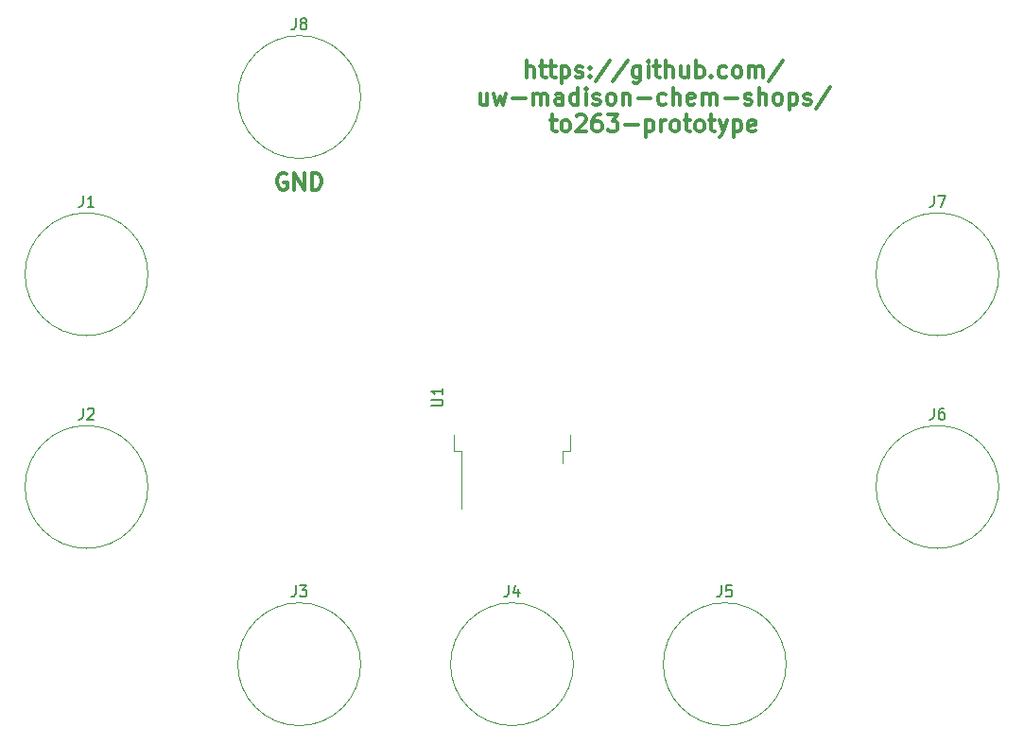
<source format=gbr>
%TF.GenerationSoftware,KiCad,Pcbnew,7.0.9*%
%TF.CreationDate,2023-11-14T16:17:37-06:00*%
%TF.ProjectId,to263-prototype,746f3236-332d-4707-926f-746f74797065,rev?*%
%TF.SameCoordinates,Original*%
%TF.FileFunction,Legend,Top*%
%TF.FilePolarity,Positive*%
%FSLAX46Y46*%
G04 Gerber Fmt 4.6, Leading zero omitted, Abs format (unit mm)*
G04 Created by KiCad (PCBNEW 7.0.9) date 2023-11-14 16:17:37*
%MOMM*%
%LPD*%
G01*
G04 APERTURE LIST*
%ADD10C,0.300000*%
%ADD11C,0.150000*%
%ADD12C,0.120000*%
G04 APERTURE END LIST*
D10*
X90242855Y-49063328D02*
X90242855Y-47563328D01*
X90885713Y-49063328D02*
X90885713Y-48277614D01*
X90885713Y-48277614D02*
X90814284Y-48134757D01*
X90814284Y-48134757D02*
X90671427Y-48063328D01*
X90671427Y-48063328D02*
X90457141Y-48063328D01*
X90457141Y-48063328D02*
X90314284Y-48134757D01*
X90314284Y-48134757D02*
X90242855Y-48206185D01*
X91385713Y-48063328D02*
X91957141Y-48063328D01*
X91599998Y-47563328D02*
X91599998Y-48849042D01*
X91599998Y-48849042D02*
X91671427Y-48991900D01*
X91671427Y-48991900D02*
X91814284Y-49063328D01*
X91814284Y-49063328D02*
X91957141Y-49063328D01*
X92242856Y-48063328D02*
X92814284Y-48063328D01*
X92457141Y-47563328D02*
X92457141Y-48849042D01*
X92457141Y-48849042D02*
X92528570Y-48991900D01*
X92528570Y-48991900D02*
X92671427Y-49063328D01*
X92671427Y-49063328D02*
X92814284Y-49063328D01*
X93314284Y-48063328D02*
X93314284Y-49563328D01*
X93314284Y-48134757D02*
X93457142Y-48063328D01*
X93457142Y-48063328D02*
X93742856Y-48063328D01*
X93742856Y-48063328D02*
X93885713Y-48134757D01*
X93885713Y-48134757D02*
X93957142Y-48206185D01*
X93957142Y-48206185D02*
X94028570Y-48349042D01*
X94028570Y-48349042D02*
X94028570Y-48777614D01*
X94028570Y-48777614D02*
X93957142Y-48920471D01*
X93957142Y-48920471D02*
X93885713Y-48991900D01*
X93885713Y-48991900D02*
X93742856Y-49063328D01*
X93742856Y-49063328D02*
X93457142Y-49063328D01*
X93457142Y-49063328D02*
X93314284Y-48991900D01*
X94599999Y-48991900D02*
X94742856Y-49063328D01*
X94742856Y-49063328D02*
X95028570Y-49063328D01*
X95028570Y-49063328D02*
X95171427Y-48991900D01*
X95171427Y-48991900D02*
X95242856Y-48849042D01*
X95242856Y-48849042D02*
X95242856Y-48777614D01*
X95242856Y-48777614D02*
X95171427Y-48634757D01*
X95171427Y-48634757D02*
X95028570Y-48563328D01*
X95028570Y-48563328D02*
X94814285Y-48563328D01*
X94814285Y-48563328D02*
X94671427Y-48491900D01*
X94671427Y-48491900D02*
X94599999Y-48349042D01*
X94599999Y-48349042D02*
X94599999Y-48277614D01*
X94599999Y-48277614D02*
X94671427Y-48134757D01*
X94671427Y-48134757D02*
X94814285Y-48063328D01*
X94814285Y-48063328D02*
X95028570Y-48063328D01*
X95028570Y-48063328D02*
X95171427Y-48134757D01*
X95885713Y-48920471D02*
X95957142Y-48991900D01*
X95957142Y-48991900D02*
X95885713Y-49063328D01*
X95885713Y-49063328D02*
X95814285Y-48991900D01*
X95814285Y-48991900D02*
X95885713Y-48920471D01*
X95885713Y-48920471D02*
X95885713Y-49063328D01*
X95885713Y-48134757D02*
X95957142Y-48206185D01*
X95957142Y-48206185D02*
X95885713Y-48277614D01*
X95885713Y-48277614D02*
X95814285Y-48206185D01*
X95814285Y-48206185D02*
X95885713Y-48134757D01*
X95885713Y-48134757D02*
X95885713Y-48277614D01*
X97671428Y-47491900D02*
X96385714Y-49420471D01*
X99242857Y-47491900D02*
X97957143Y-49420471D01*
X100385715Y-48063328D02*
X100385715Y-49277614D01*
X100385715Y-49277614D02*
X100314286Y-49420471D01*
X100314286Y-49420471D02*
X100242857Y-49491900D01*
X100242857Y-49491900D02*
X100100000Y-49563328D01*
X100100000Y-49563328D02*
X99885715Y-49563328D01*
X99885715Y-49563328D02*
X99742857Y-49491900D01*
X100385715Y-48991900D02*
X100242857Y-49063328D01*
X100242857Y-49063328D02*
X99957143Y-49063328D01*
X99957143Y-49063328D02*
X99814286Y-48991900D01*
X99814286Y-48991900D02*
X99742857Y-48920471D01*
X99742857Y-48920471D02*
X99671429Y-48777614D01*
X99671429Y-48777614D02*
X99671429Y-48349042D01*
X99671429Y-48349042D02*
X99742857Y-48206185D01*
X99742857Y-48206185D02*
X99814286Y-48134757D01*
X99814286Y-48134757D02*
X99957143Y-48063328D01*
X99957143Y-48063328D02*
X100242857Y-48063328D01*
X100242857Y-48063328D02*
X100385715Y-48134757D01*
X101100000Y-49063328D02*
X101100000Y-48063328D01*
X101100000Y-47563328D02*
X101028572Y-47634757D01*
X101028572Y-47634757D02*
X101100000Y-47706185D01*
X101100000Y-47706185D02*
X101171429Y-47634757D01*
X101171429Y-47634757D02*
X101100000Y-47563328D01*
X101100000Y-47563328D02*
X101100000Y-47706185D01*
X101600001Y-48063328D02*
X102171429Y-48063328D01*
X101814286Y-47563328D02*
X101814286Y-48849042D01*
X101814286Y-48849042D02*
X101885715Y-48991900D01*
X101885715Y-48991900D02*
X102028572Y-49063328D01*
X102028572Y-49063328D02*
X102171429Y-49063328D01*
X102671429Y-49063328D02*
X102671429Y-47563328D01*
X103314287Y-49063328D02*
X103314287Y-48277614D01*
X103314287Y-48277614D02*
X103242858Y-48134757D01*
X103242858Y-48134757D02*
X103100001Y-48063328D01*
X103100001Y-48063328D02*
X102885715Y-48063328D01*
X102885715Y-48063328D02*
X102742858Y-48134757D01*
X102742858Y-48134757D02*
X102671429Y-48206185D01*
X104671430Y-48063328D02*
X104671430Y-49063328D01*
X104028572Y-48063328D02*
X104028572Y-48849042D01*
X104028572Y-48849042D02*
X104100001Y-48991900D01*
X104100001Y-48991900D02*
X104242858Y-49063328D01*
X104242858Y-49063328D02*
X104457144Y-49063328D01*
X104457144Y-49063328D02*
X104600001Y-48991900D01*
X104600001Y-48991900D02*
X104671430Y-48920471D01*
X105385715Y-49063328D02*
X105385715Y-47563328D01*
X105385715Y-48134757D02*
X105528573Y-48063328D01*
X105528573Y-48063328D02*
X105814287Y-48063328D01*
X105814287Y-48063328D02*
X105957144Y-48134757D01*
X105957144Y-48134757D02*
X106028573Y-48206185D01*
X106028573Y-48206185D02*
X106100001Y-48349042D01*
X106100001Y-48349042D02*
X106100001Y-48777614D01*
X106100001Y-48777614D02*
X106028573Y-48920471D01*
X106028573Y-48920471D02*
X105957144Y-48991900D01*
X105957144Y-48991900D02*
X105814287Y-49063328D01*
X105814287Y-49063328D02*
X105528573Y-49063328D01*
X105528573Y-49063328D02*
X105385715Y-48991900D01*
X106742858Y-48920471D02*
X106814287Y-48991900D01*
X106814287Y-48991900D02*
X106742858Y-49063328D01*
X106742858Y-49063328D02*
X106671430Y-48991900D01*
X106671430Y-48991900D02*
X106742858Y-48920471D01*
X106742858Y-48920471D02*
X106742858Y-49063328D01*
X108100002Y-48991900D02*
X107957144Y-49063328D01*
X107957144Y-49063328D02*
X107671430Y-49063328D01*
X107671430Y-49063328D02*
X107528573Y-48991900D01*
X107528573Y-48991900D02*
X107457144Y-48920471D01*
X107457144Y-48920471D02*
X107385716Y-48777614D01*
X107385716Y-48777614D02*
X107385716Y-48349042D01*
X107385716Y-48349042D02*
X107457144Y-48206185D01*
X107457144Y-48206185D02*
X107528573Y-48134757D01*
X107528573Y-48134757D02*
X107671430Y-48063328D01*
X107671430Y-48063328D02*
X107957144Y-48063328D01*
X107957144Y-48063328D02*
X108100002Y-48134757D01*
X108957144Y-49063328D02*
X108814287Y-48991900D01*
X108814287Y-48991900D02*
X108742858Y-48920471D01*
X108742858Y-48920471D02*
X108671430Y-48777614D01*
X108671430Y-48777614D02*
X108671430Y-48349042D01*
X108671430Y-48349042D02*
X108742858Y-48206185D01*
X108742858Y-48206185D02*
X108814287Y-48134757D01*
X108814287Y-48134757D02*
X108957144Y-48063328D01*
X108957144Y-48063328D02*
X109171430Y-48063328D01*
X109171430Y-48063328D02*
X109314287Y-48134757D01*
X109314287Y-48134757D02*
X109385716Y-48206185D01*
X109385716Y-48206185D02*
X109457144Y-48349042D01*
X109457144Y-48349042D02*
X109457144Y-48777614D01*
X109457144Y-48777614D02*
X109385716Y-48920471D01*
X109385716Y-48920471D02*
X109314287Y-48991900D01*
X109314287Y-48991900D02*
X109171430Y-49063328D01*
X109171430Y-49063328D02*
X108957144Y-49063328D01*
X110100001Y-49063328D02*
X110100001Y-48063328D01*
X110100001Y-48206185D02*
X110171430Y-48134757D01*
X110171430Y-48134757D02*
X110314287Y-48063328D01*
X110314287Y-48063328D02*
X110528573Y-48063328D01*
X110528573Y-48063328D02*
X110671430Y-48134757D01*
X110671430Y-48134757D02*
X110742859Y-48277614D01*
X110742859Y-48277614D02*
X110742859Y-49063328D01*
X110742859Y-48277614D02*
X110814287Y-48134757D01*
X110814287Y-48134757D02*
X110957144Y-48063328D01*
X110957144Y-48063328D02*
X111171430Y-48063328D01*
X111171430Y-48063328D02*
X111314287Y-48134757D01*
X111314287Y-48134757D02*
X111385716Y-48277614D01*
X111385716Y-48277614D02*
X111385716Y-49063328D01*
X113171430Y-47491900D02*
X111885716Y-49420471D01*
X86671427Y-50478328D02*
X86671427Y-51478328D01*
X86028569Y-50478328D02*
X86028569Y-51264042D01*
X86028569Y-51264042D02*
X86099998Y-51406900D01*
X86099998Y-51406900D02*
X86242855Y-51478328D01*
X86242855Y-51478328D02*
X86457141Y-51478328D01*
X86457141Y-51478328D02*
X86599998Y-51406900D01*
X86599998Y-51406900D02*
X86671427Y-51335471D01*
X87242855Y-50478328D02*
X87528570Y-51478328D01*
X87528570Y-51478328D02*
X87814284Y-50764042D01*
X87814284Y-50764042D02*
X88099998Y-51478328D01*
X88099998Y-51478328D02*
X88385712Y-50478328D01*
X88957141Y-50906900D02*
X90099999Y-50906900D01*
X90814284Y-51478328D02*
X90814284Y-50478328D01*
X90814284Y-50621185D02*
X90885713Y-50549757D01*
X90885713Y-50549757D02*
X91028570Y-50478328D01*
X91028570Y-50478328D02*
X91242856Y-50478328D01*
X91242856Y-50478328D02*
X91385713Y-50549757D01*
X91385713Y-50549757D02*
X91457142Y-50692614D01*
X91457142Y-50692614D02*
X91457142Y-51478328D01*
X91457142Y-50692614D02*
X91528570Y-50549757D01*
X91528570Y-50549757D02*
X91671427Y-50478328D01*
X91671427Y-50478328D02*
X91885713Y-50478328D01*
X91885713Y-50478328D02*
X92028570Y-50549757D01*
X92028570Y-50549757D02*
X92099999Y-50692614D01*
X92099999Y-50692614D02*
X92099999Y-51478328D01*
X93457142Y-51478328D02*
X93457142Y-50692614D01*
X93457142Y-50692614D02*
X93385713Y-50549757D01*
X93385713Y-50549757D02*
X93242856Y-50478328D01*
X93242856Y-50478328D02*
X92957142Y-50478328D01*
X92957142Y-50478328D02*
X92814284Y-50549757D01*
X93457142Y-51406900D02*
X93314284Y-51478328D01*
X93314284Y-51478328D02*
X92957142Y-51478328D01*
X92957142Y-51478328D02*
X92814284Y-51406900D01*
X92814284Y-51406900D02*
X92742856Y-51264042D01*
X92742856Y-51264042D02*
X92742856Y-51121185D01*
X92742856Y-51121185D02*
X92814284Y-50978328D01*
X92814284Y-50978328D02*
X92957142Y-50906900D01*
X92957142Y-50906900D02*
X93314284Y-50906900D01*
X93314284Y-50906900D02*
X93457142Y-50835471D01*
X94814285Y-51478328D02*
X94814285Y-49978328D01*
X94814285Y-51406900D02*
X94671427Y-51478328D01*
X94671427Y-51478328D02*
X94385713Y-51478328D01*
X94385713Y-51478328D02*
X94242856Y-51406900D01*
X94242856Y-51406900D02*
X94171427Y-51335471D01*
X94171427Y-51335471D02*
X94099999Y-51192614D01*
X94099999Y-51192614D02*
X94099999Y-50764042D01*
X94099999Y-50764042D02*
X94171427Y-50621185D01*
X94171427Y-50621185D02*
X94242856Y-50549757D01*
X94242856Y-50549757D02*
X94385713Y-50478328D01*
X94385713Y-50478328D02*
X94671427Y-50478328D01*
X94671427Y-50478328D02*
X94814285Y-50549757D01*
X95528570Y-51478328D02*
X95528570Y-50478328D01*
X95528570Y-49978328D02*
X95457142Y-50049757D01*
X95457142Y-50049757D02*
X95528570Y-50121185D01*
X95528570Y-50121185D02*
X95599999Y-50049757D01*
X95599999Y-50049757D02*
X95528570Y-49978328D01*
X95528570Y-49978328D02*
X95528570Y-50121185D01*
X96171428Y-51406900D02*
X96314285Y-51478328D01*
X96314285Y-51478328D02*
X96599999Y-51478328D01*
X96599999Y-51478328D02*
X96742856Y-51406900D01*
X96742856Y-51406900D02*
X96814285Y-51264042D01*
X96814285Y-51264042D02*
X96814285Y-51192614D01*
X96814285Y-51192614D02*
X96742856Y-51049757D01*
X96742856Y-51049757D02*
X96599999Y-50978328D01*
X96599999Y-50978328D02*
X96385714Y-50978328D01*
X96385714Y-50978328D02*
X96242856Y-50906900D01*
X96242856Y-50906900D02*
X96171428Y-50764042D01*
X96171428Y-50764042D02*
X96171428Y-50692614D01*
X96171428Y-50692614D02*
X96242856Y-50549757D01*
X96242856Y-50549757D02*
X96385714Y-50478328D01*
X96385714Y-50478328D02*
X96599999Y-50478328D01*
X96599999Y-50478328D02*
X96742856Y-50549757D01*
X97671428Y-51478328D02*
X97528571Y-51406900D01*
X97528571Y-51406900D02*
X97457142Y-51335471D01*
X97457142Y-51335471D02*
X97385714Y-51192614D01*
X97385714Y-51192614D02*
X97385714Y-50764042D01*
X97385714Y-50764042D02*
X97457142Y-50621185D01*
X97457142Y-50621185D02*
X97528571Y-50549757D01*
X97528571Y-50549757D02*
X97671428Y-50478328D01*
X97671428Y-50478328D02*
X97885714Y-50478328D01*
X97885714Y-50478328D02*
X98028571Y-50549757D01*
X98028571Y-50549757D02*
X98100000Y-50621185D01*
X98100000Y-50621185D02*
X98171428Y-50764042D01*
X98171428Y-50764042D02*
X98171428Y-51192614D01*
X98171428Y-51192614D02*
X98100000Y-51335471D01*
X98100000Y-51335471D02*
X98028571Y-51406900D01*
X98028571Y-51406900D02*
X97885714Y-51478328D01*
X97885714Y-51478328D02*
X97671428Y-51478328D01*
X98814285Y-50478328D02*
X98814285Y-51478328D01*
X98814285Y-50621185D02*
X98885714Y-50549757D01*
X98885714Y-50549757D02*
X99028571Y-50478328D01*
X99028571Y-50478328D02*
X99242857Y-50478328D01*
X99242857Y-50478328D02*
X99385714Y-50549757D01*
X99385714Y-50549757D02*
X99457143Y-50692614D01*
X99457143Y-50692614D02*
X99457143Y-51478328D01*
X100171428Y-50906900D02*
X101314286Y-50906900D01*
X102671429Y-51406900D02*
X102528571Y-51478328D01*
X102528571Y-51478328D02*
X102242857Y-51478328D01*
X102242857Y-51478328D02*
X102100000Y-51406900D01*
X102100000Y-51406900D02*
X102028571Y-51335471D01*
X102028571Y-51335471D02*
X101957143Y-51192614D01*
X101957143Y-51192614D02*
X101957143Y-50764042D01*
X101957143Y-50764042D02*
X102028571Y-50621185D01*
X102028571Y-50621185D02*
X102100000Y-50549757D01*
X102100000Y-50549757D02*
X102242857Y-50478328D01*
X102242857Y-50478328D02*
X102528571Y-50478328D01*
X102528571Y-50478328D02*
X102671429Y-50549757D01*
X103314285Y-51478328D02*
X103314285Y-49978328D01*
X103957143Y-51478328D02*
X103957143Y-50692614D01*
X103957143Y-50692614D02*
X103885714Y-50549757D01*
X103885714Y-50549757D02*
X103742857Y-50478328D01*
X103742857Y-50478328D02*
X103528571Y-50478328D01*
X103528571Y-50478328D02*
X103385714Y-50549757D01*
X103385714Y-50549757D02*
X103314285Y-50621185D01*
X105242857Y-51406900D02*
X105100000Y-51478328D01*
X105100000Y-51478328D02*
X104814286Y-51478328D01*
X104814286Y-51478328D02*
X104671428Y-51406900D01*
X104671428Y-51406900D02*
X104600000Y-51264042D01*
X104600000Y-51264042D02*
X104600000Y-50692614D01*
X104600000Y-50692614D02*
X104671428Y-50549757D01*
X104671428Y-50549757D02*
X104814286Y-50478328D01*
X104814286Y-50478328D02*
X105100000Y-50478328D01*
X105100000Y-50478328D02*
X105242857Y-50549757D01*
X105242857Y-50549757D02*
X105314286Y-50692614D01*
X105314286Y-50692614D02*
X105314286Y-50835471D01*
X105314286Y-50835471D02*
X104600000Y-50978328D01*
X105957142Y-51478328D02*
X105957142Y-50478328D01*
X105957142Y-50621185D02*
X106028571Y-50549757D01*
X106028571Y-50549757D02*
X106171428Y-50478328D01*
X106171428Y-50478328D02*
X106385714Y-50478328D01*
X106385714Y-50478328D02*
X106528571Y-50549757D01*
X106528571Y-50549757D02*
X106600000Y-50692614D01*
X106600000Y-50692614D02*
X106600000Y-51478328D01*
X106600000Y-50692614D02*
X106671428Y-50549757D01*
X106671428Y-50549757D02*
X106814285Y-50478328D01*
X106814285Y-50478328D02*
X107028571Y-50478328D01*
X107028571Y-50478328D02*
X107171428Y-50549757D01*
X107171428Y-50549757D02*
X107242857Y-50692614D01*
X107242857Y-50692614D02*
X107242857Y-51478328D01*
X107957142Y-50906900D02*
X109100000Y-50906900D01*
X109742857Y-51406900D02*
X109885714Y-51478328D01*
X109885714Y-51478328D02*
X110171428Y-51478328D01*
X110171428Y-51478328D02*
X110314285Y-51406900D01*
X110314285Y-51406900D02*
X110385714Y-51264042D01*
X110385714Y-51264042D02*
X110385714Y-51192614D01*
X110385714Y-51192614D02*
X110314285Y-51049757D01*
X110314285Y-51049757D02*
X110171428Y-50978328D01*
X110171428Y-50978328D02*
X109957143Y-50978328D01*
X109957143Y-50978328D02*
X109814285Y-50906900D01*
X109814285Y-50906900D02*
X109742857Y-50764042D01*
X109742857Y-50764042D02*
X109742857Y-50692614D01*
X109742857Y-50692614D02*
X109814285Y-50549757D01*
X109814285Y-50549757D02*
X109957143Y-50478328D01*
X109957143Y-50478328D02*
X110171428Y-50478328D01*
X110171428Y-50478328D02*
X110314285Y-50549757D01*
X111028571Y-51478328D02*
X111028571Y-49978328D01*
X111671429Y-51478328D02*
X111671429Y-50692614D01*
X111671429Y-50692614D02*
X111600000Y-50549757D01*
X111600000Y-50549757D02*
X111457143Y-50478328D01*
X111457143Y-50478328D02*
X111242857Y-50478328D01*
X111242857Y-50478328D02*
X111100000Y-50549757D01*
X111100000Y-50549757D02*
X111028571Y-50621185D01*
X112600000Y-51478328D02*
X112457143Y-51406900D01*
X112457143Y-51406900D02*
X112385714Y-51335471D01*
X112385714Y-51335471D02*
X112314286Y-51192614D01*
X112314286Y-51192614D02*
X112314286Y-50764042D01*
X112314286Y-50764042D02*
X112385714Y-50621185D01*
X112385714Y-50621185D02*
X112457143Y-50549757D01*
X112457143Y-50549757D02*
X112600000Y-50478328D01*
X112600000Y-50478328D02*
X112814286Y-50478328D01*
X112814286Y-50478328D02*
X112957143Y-50549757D01*
X112957143Y-50549757D02*
X113028572Y-50621185D01*
X113028572Y-50621185D02*
X113100000Y-50764042D01*
X113100000Y-50764042D02*
X113100000Y-51192614D01*
X113100000Y-51192614D02*
X113028572Y-51335471D01*
X113028572Y-51335471D02*
X112957143Y-51406900D01*
X112957143Y-51406900D02*
X112814286Y-51478328D01*
X112814286Y-51478328D02*
X112600000Y-51478328D01*
X113742857Y-50478328D02*
X113742857Y-51978328D01*
X113742857Y-50549757D02*
X113885715Y-50478328D01*
X113885715Y-50478328D02*
X114171429Y-50478328D01*
X114171429Y-50478328D02*
X114314286Y-50549757D01*
X114314286Y-50549757D02*
X114385715Y-50621185D01*
X114385715Y-50621185D02*
X114457143Y-50764042D01*
X114457143Y-50764042D02*
X114457143Y-51192614D01*
X114457143Y-51192614D02*
X114385715Y-51335471D01*
X114385715Y-51335471D02*
X114314286Y-51406900D01*
X114314286Y-51406900D02*
X114171429Y-51478328D01*
X114171429Y-51478328D02*
X113885715Y-51478328D01*
X113885715Y-51478328D02*
X113742857Y-51406900D01*
X115028572Y-51406900D02*
X115171429Y-51478328D01*
X115171429Y-51478328D02*
X115457143Y-51478328D01*
X115457143Y-51478328D02*
X115600000Y-51406900D01*
X115600000Y-51406900D02*
X115671429Y-51264042D01*
X115671429Y-51264042D02*
X115671429Y-51192614D01*
X115671429Y-51192614D02*
X115600000Y-51049757D01*
X115600000Y-51049757D02*
X115457143Y-50978328D01*
X115457143Y-50978328D02*
X115242858Y-50978328D01*
X115242858Y-50978328D02*
X115100000Y-50906900D01*
X115100000Y-50906900D02*
X115028572Y-50764042D01*
X115028572Y-50764042D02*
X115028572Y-50692614D01*
X115028572Y-50692614D02*
X115100000Y-50549757D01*
X115100000Y-50549757D02*
X115242858Y-50478328D01*
X115242858Y-50478328D02*
X115457143Y-50478328D01*
X115457143Y-50478328D02*
X115600000Y-50549757D01*
X117385715Y-49906900D02*
X116100001Y-51835471D01*
X92314286Y-52893328D02*
X92885714Y-52893328D01*
X92528571Y-52393328D02*
X92528571Y-53679042D01*
X92528571Y-53679042D02*
X92600000Y-53821900D01*
X92600000Y-53821900D02*
X92742857Y-53893328D01*
X92742857Y-53893328D02*
X92885714Y-53893328D01*
X93600000Y-53893328D02*
X93457143Y-53821900D01*
X93457143Y-53821900D02*
X93385714Y-53750471D01*
X93385714Y-53750471D02*
X93314286Y-53607614D01*
X93314286Y-53607614D02*
X93314286Y-53179042D01*
X93314286Y-53179042D02*
X93385714Y-53036185D01*
X93385714Y-53036185D02*
X93457143Y-52964757D01*
X93457143Y-52964757D02*
X93600000Y-52893328D01*
X93600000Y-52893328D02*
X93814286Y-52893328D01*
X93814286Y-52893328D02*
X93957143Y-52964757D01*
X93957143Y-52964757D02*
X94028572Y-53036185D01*
X94028572Y-53036185D02*
X94100000Y-53179042D01*
X94100000Y-53179042D02*
X94100000Y-53607614D01*
X94100000Y-53607614D02*
X94028572Y-53750471D01*
X94028572Y-53750471D02*
X93957143Y-53821900D01*
X93957143Y-53821900D02*
X93814286Y-53893328D01*
X93814286Y-53893328D02*
X93600000Y-53893328D01*
X94671429Y-52536185D02*
X94742857Y-52464757D01*
X94742857Y-52464757D02*
X94885715Y-52393328D01*
X94885715Y-52393328D02*
X95242857Y-52393328D01*
X95242857Y-52393328D02*
X95385715Y-52464757D01*
X95385715Y-52464757D02*
X95457143Y-52536185D01*
X95457143Y-52536185D02*
X95528572Y-52679042D01*
X95528572Y-52679042D02*
X95528572Y-52821900D01*
X95528572Y-52821900D02*
X95457143Y-53036185D01*
X95457143Y-53036185D02*
X94600000Y-53893328D01*
X94600000Y-53893328D02*
X95528572Y-53893328D01*
X96814286Y-52393328D02*
X96528571Y-52393328D01*
X96528571Y-52393328D02*
X96385714Y-52464757D01*
X96385714Y-52464757D02*
X96314286Y-52536185D01*
X96314286Y-52536185D02*
X96171428Y-52750471D01*
X96171428Y-52750471D02*
X96100000Y-53036185D01*
X96100000Y-53036185D02*
X96100000Y-53607614D01*
X96100000Y-53607614D02*
X96171428Y-53750471D01*
X96171428Y-53750471D02*
X96242857Y-53821900D01*
X96242857Y-53821900D02*
X96385714Y-53893328D01*
X96385714Y-53893328D02*
X96671428Y-53893328D01*
X96671428Y-53893328D02*
X96814286Y-53821900D01*
X96814286Y-53821900D02*
X96885714Y-53750471D01*
X96885714Y-53750471D02*
X96957143Y-53607614D01*
X96957143Y-53607614D02*
X96957143Y-53250471D01*
X96957143Y-53250471D02*
X96885714Y-53107614D01*
X96885714Y-53107614D02*
X96814286Y-53036185D01*
X96814286Y-53036185D02*
X96671428Y-52964757D01*
X96671428Y-52964757D02*
X96385714Y-52964757D01*
X96385714Y-52964757D02*
X96242857Y-53036185D01*
X96242857Y-53036185D02*
X96171428Y-53107614D01*
X96171428Y-53107614D02*
X96100000Y-53250471D01*
X97457142Y-52393328D02*
X98385714Y-52393328D01*
X98385714Y-52393328D02*
X97885714Y-52964757D01*
X97885714Y-52964757D02*
X98099999Y-52964757D01*
X98099999Y-52964757D02*
X98242857Y-53036185D01*
X98242857Y-53036185D02*
X98314285Y-53107614D01*
X98314285Y-53107614D02*
X98385714Y-53250471D01*
X98385714Y-53250471D02*
X98385714Y-53607614D01*
X98385714Y-53607614D02*
X98314285Y-53750471D01*
X98314285Y-53750471D02*
X98242857Y-53821900D01*
X98242857Y-53821900D02*
X98099999Y-53893328D01*
X98099999Y-53893328D02*
X97671428Y-53893328D01*
X97671428Y-53893328D02*
X97528571Y-53821900D01*
X97528571Y-53821900D02*
X97457142Y-53750471D01*
X99028570Y-53321900D02*
X100171428Y-53321900D01*
X100885713Y-52893328D02*
X100885713Y-54393328D01*
X100885713Y-52964757D02*
X101028571Y-52893328D01*
X101028571Y-52893328D02*
X101314285Y-52893328D01*
X101314285Y-52893328D02*
X101457142Y-52964757D01*
X101457142Y-52964757D02*
X101528571Y-53036185D01*
X101528571Y-53036185D02*
X101599999Y-53179042D01*
X101599999Y-53179042D02*
X101599999Y-53607614D01*
X101599999Y-53607614D02*
X101528571Y-53750471D01*
X101528571Y-53750471D02*
X101457142Y-53821900D01*
X101457142Y-53821900D02*
X101314285Y-53893328D01*
X101314285Y-53893328D02*
X101028571Y-53893328D01*
X101028571Y-53893328D02*
X100885713Y-53821900D01*
X102242856Y-53893328D02*
X102242856Y-52893328D01*
X102242856Y-53179042D02*
X102314285Y-53036185D01*
X102314285Y-53036185D02*
X102385714Y-52964757D01*
X102385714Y-52964757D02*
X102528571Y-52893328D01*
X102528571Y-52893328D02*
X102671428Y-52893328D01*
X103385713Y-53893328D02*
X103242856Y-53821900D01*
X103242856Y-53821900D02*
X103171427Y-53750471D01*
X103171427Y-53750471D02*
X103099999Y-53607614D01*
X103099999Y-53607614D02*
X103099999Y-53179042D01*
X103099999Y-53179042D02*
X103171427Y-53036185D01*
X103171427Y-53036185D02*
X103242856Y-52964757D01*
X103242856Y-52964757D02*
X103385713Y-52893328D01*
X103385713Y-52893328D02*
X103599999Y-52893328D01*
X103599999Y-52893328D02*
X103742856Y-52964757D01*
X103742856Y-52964757D02*
X103814285Y-53036185D01*
X103814285Y-53036185D02*
X103885713Y-53179042D01*
X103885713Y-53179042D02*
X103885713Y-53607614D01*
X103885713Y-53607614D02*
X103814285Y-53750471D01*
X103814285Y-53750471D02*
X103742856Y-53821900D01*
X103742856Y-53821900D02*
X103599999Y-53893328D01*
X103599999Y-53893328D02*
X103385713Y-53893328D01*
X104314285Y-52893328D02*
X104885713Y-52893328D01*
X104528570Y-52393328D02*
X104528570Y-53679042D01*
X104528570Y-53679042D02*
X104599999Y-53821900D01*
X104599999Y-53821900D02*
X104742856Y-53893328D01*
X104742856Y-53893328D02*
X104885713Y-53893328D01*
X105599999Y-53893328D02*
X105457142Y-53821900D01*
X105457142Y-53821900D02*
X105385713Y-53750471D01*
X105385713Y-53750471D02*
X105314285Y-53607614D01*
X105314285Y-53607614D02*
X105314285Y-53179042D01*
X105314285Y-53179042D02*
X105385713Y-53036185D01*
X105385713Y-53036185D02*
X105457142Y-52964757D01*
X105457142Y-52964757D02*
X105599999Y-52893328D01*
X105599999Y-52893328D02*
X105814285Y-52893328D01*
X105814285Y-52893328D02*
X105957142Y-52964757D01*
X105957142Y-52964757D02*
X106028571Y-53036185D01*
X106028571Y-53036185D02*
X106099999Y-53179042D01*
X106099999Y-53179042D02*
X106099999Y-53607614D01*
X106099999Y-53607614D02*
X106028571Y-53750471D01*
X106028571Y-53750471D02*
X105957142Y-53821900D01*
X105957142Y-53821900D02*
X105814285Y-53893328D01*
X105814285Y-53893328D02*
X105599999Y-53893328D01*
X106528571Y-52893328D02*
X107099999Y-52893328D01*
X106742856Y-52393328D02*
X106742856Y-53679042D01*
X106742856Y-53679042D02*
X106814285Y-53821900D01*
X106814285Y-53821900D02*
X106957142Y-53893328D01*
X106957142Y-53893328D02*
X107099999Y-53893328D01*
X107457142Y-52893328D02*
X107814285Y-53893328D01*
X108171428Y-52893328D02*
X107814285Y-53893328D01*
X107814285Y-53893328D02*
X107671428Y-54250471D01*
X107671428Y-54250471D02*
X107599999Y-54321900D01*
X107599999Y-54321900D02*
X107457142Y-54393328D01*
X108742856Y-52893328D02*
X108742856Y-54393328D01*
X108742856Y-52964757D02*
X108885714Y-52893328D01*
X108885714Y-52893328D02*
X109171428Y-52893328D01*
X109171428Y-52893328D02*
X109314285Y-52964757D01*
X109314285Y-52964757D02*
X109385714Y-53036185D01*
X109385714Y-53036185D02*
X109457142Y-53179042D01*
X109457142Y-53179042D02*
X109457142Y-53607614D01*
X109457142Y-53607614D02*
X109385714Y-53750471D01*
X109385714Y-53750471D02*
X109314285Y-53821900D01*
X109314285Y-53821900D02*
X109171428Y-53893328D01*
X109171428Y-53893328D02*
X108885714Y-53893328D01*
X108885714Y-53893328D02*
X108742856Y-53821900D01*
X110671428Y-53821900D02*
X110528571Y-53893328D01*
X110528571Y-53893328D02*
X110242857Y-53893328D01*
X110242857Y-53893328D02*
X110099999Y-53821900D01*
X110099999Y-53821900D02*
X110028571Y-53679042D01*
X110028571Y-53679042D02*
X110028571Y-53107614D01*
X110028571Y-53107614D02*
X110099999Y-52964757D01*
X110099999Y-52964757D02*
X110242857Y-52893328D01*
X110242857Y-52893328D02*
X110528571Y-52893328D01*
X110528571Y-52893328D02*
X110671428Y-52964757D01*
X110671428Y-52964757D02*
X110742857Y-53107614D01*
X110742857Y-53107614D02*
X110742857Y-53250471D01*
X110742857Y-53250471D02*
X110028571Y-53393328D01*
X68707143Y-57669757D02*
X68564286Y-57598328D01*
X68564286Y-57598328D02*
X68350000Y-57598328D01*
X68350000Y-57598328D02*
X68135714Y-57669757D01*
X68135714Y-57669757D02*
X67992857Y-57812614D01*
X67992857Y-57812614D02*
X67921428Y-57955471D01*
X67921428Y-57955471D02*
X67850000Y-58241185D01*
X67850000Y-58241185D02*
X67850000Y-58455471D01*
X67850000Y-58455471D02*
X67921428Y-58741185D01*
X67921428Y-58741185D02*
X67992857Y-58884042D01*
X67992857Y-58884042D02*
X68135714Y-59026900D01*
X68135714Y-59026900D02*
X68350000Y-59098328D01*
X68350000Y-59098328D02*
X68492857Y-59098328D01*
X68492857Y-59098328D02*
X68707143Y-59026900D01*
X68707143Y-59026900D02*
X68778571Y-58955471D01*
X68778571Y-58955471D02*
X68778571Y-58455471D01*
X68778571Y-58455471D02*
X68492857Y-58455471D01*
X69421428Y-59098328D02*
X69421428Y-57598328D01*
X69421428Y-57598328D02*
X70278571Y-59098328D01*
X70278571Y-59098328D02*
X70278571Y-57598328D01*
X70992857Y-59098328D02*
X70992857Y-57598328D01*
X70992857Y-57598328D02*
X71350000Y-57598328D01*
X71350000Y-57598328D02*
X71564286Y-57669757D01*
X71564286Y-57669757D02*
X71707143Y-57812614D01*
X71707143Y-57812614D02*
X71778572Y-57955471D01*
X71778572Y-57955471D02*
X71850000Y-58241185D01*
X71850000Y-58241185D02*
X71850000Y-58455471D01*
X71850000Y-58455471D02*
X71778572Y-58741185D01*
X71778572Y-58741185D02*
X71707143Y-58884042D01*
X71707143Y-58884042D02*
X71564286Y-59026900D01*
X71564286Y-59026900D02*
X71350000Y-59098328D01*
X71350000Y-59098328D02*
X70992857Y-59098328D01*
D11*
X69516666Y-43754819D02*
X69516666Y-44469104D01*
X69516666Y-44469104D02*
X69469047Y-44611961D01*
X69469047Y-44611961D02*
X69373809Y-44707200D01*
X69373809Y-44707200D02*
X69230952Y-44754819D01*
X69230952Y-44754819D02*
X69135714Y-44754819D01*
X70135714Y-44183390D02*
X70040476Y-44135771D01*
X70040476Y-44135771D02*
X69992857Y-44088152D01*
X69992857Y-44088152D02*
X69945238Y-43992914D01*
X69945238Y-43992914D02*
X69945238Y-43945295D01*
X69945238Y-43945295D02*
X69992857Y-43850057D01*
X69992857Y-43850057D02*
X70040476Y-43802438D01*
X70040476Y-43802438D02*
X70135714Y-43754819D01*
X70135714Y-43754819D02*
X70326190Y-43754819D01*
X70326190Y-43754819D02*
X70421428Y-43802438D01*
X70421428Y-43802438D02*
X70469047Y-43850057D01*
X70469047Y-43850057D02*
X70516666Y-43945295D01*
X70516666Y-43945295D02*
X70516666Y-43992914D01*
X70516666Y-43992914D02*
X70469047Y-44088152D01*
X70469047Y-44088152D02*
X70421428Y-44135771D01*
X70421428Y-44135771D02*
X70326190Y-44183390D01*
X70326190Y-44183390D02*
X70135714Y-44183390D01*
X70135714Y-44183390D02*
X70040476Y-44231009D01*
X70040476Y-44231009D02*
X69992857Y-44278628D01*
X69992857Y-44278628D02*
X69945238Y-44373866D01*
X69945238Y-44373866D02*
X69945238Y-44564342D01*
X69945238Y-44564342D02*
X69992857Y-44659580D01*
X69992857Y-44659580D02*
X70040476Y-44707200D01*
X70040476Y-44707200D02*
X70135714Y-44754819D01*
X70135714Y-44754819D02*
X70326190Y-44754819D01*
X70326190Y-44754819D02*
X70421428Y-44707200D01*
X70421428Y-44707200D02*
X70469047Y-44659580D01*
X70469047Y-44659580D02*
X70516666Y-44564342D01*
X70516666Y-44564342D02*
X70516666Y-44373866D01*
X70516666Y-44373866D02*
X70469047Y-44278628D01*
X70469047Y-44278628D02*
X70421428Y-44231009D01*
X70421428Y-44231009D02*
X70326190Y-44183390D01*
X88566666Y-94554819D02*
X88566666Y-95269104D01*
X88566666Y-95269104D02*
X88519047Y-95411961D01*
X88519047Y-95411961D02*
X88423809Y-95507200D01*
X88423809Y-95507200D02*
X88280952Y-95554819D01*
X88280952Y-95554819D02*
X88185714Y-95554819D01*
X89471428Y-94888152D02*
X89471428Y-95554819D01*
X89233333Y-94507200D02*
X88995238Y-95221485D01*
X88995238Y-95221485D02*
X89614285Y-95221485D01*
X50466666Y-59629819D02*
X50466666Y-60344104D01*
X50466666Y-60344104D02*
X50419047Y-60486961D01*
X50419047Y-60486961D02*
X50323809Y-60582200D01*
X50323809Y-60582200D02*
X50180952Y-60629819D01*
X50180952Y-60629819D02*
X50085714Y-60629819D01*
X51466666Y-60629819D02*
X50895238Y-60629819D01*
X51180952Y-60629819D02*
X51180952Y-59629819D01*
X51180952Y-59629819D02*
X51085714Y-59772676D01*
X51085714Y-59772676D02*
X50990476Y-59867914D01*
X50990476Y-59867914D02*
X50895238Y-59915533D01*
X69516666Y-94554819D02*
X69516666Y-95269104D01*
X69516666Y-95269104D02*
X69469047Y-95411961D01*
X69469047Y-95411961D02*
X69373809Y-95507200D01*
X69373809Y-95507200D02*
X69230952Y-95554819D01*
X69230952Y-95554819D02*
X69135714Y-95554819D01*
X69897619Y-94554819D02*
X70516666Y-94554819D01*
X70516666Y-94554819D02*
X70183333Y-94935771D01*
X70183333Y-94935771D02*
X70326190Y-94935771D01*
X70326190Y-94935771D02*
X70421428Y-94983390D01*
X70421428Y-94983390D02*
X70469047Y-95031009D01*
X70469047Y-95031009D02*
X70516666Y-95126247D01*
X70516666Y-95126247D02*
X70516666Y-95364342D01*
X70516666Y-95364342D02*
X70469047Y-95459580D01*
X70469047Y-95459580D02*
X70421428Y-95507200D01*
X70421428Y-95507200D02*
X70326190Y-95554819D01*
X70326190Y-95554819D02*
X70040476Y-95554819D01*
X70040476Y-95554819D02*
X69945238Y-95507200D01*
X69945238Y-95507200D02*
X69897619Y-95459580D01*
X126666666Y-78679819D02*
X126666666Y-79394104D01*
X126666666Y-79394104D02*
X126619047Y-79536961D01*
X126619047Y-79536961D02*
X126523809Y-79632200D01*
X126523809Y-79632200D02*
X126380952Y-79679819D01*
X126380952Y-79679819D02*
X126285714Y-79679819D01*
X127571428Y-78679819D02*
X127380952Y-78679819D01*
X127380952Y-78679819D02*
X127285714Y-78727438D01*
X127285714Y-78727438D02*
X127238095Y-78775057D01*
X127238095Y-78775057D02*
X127142857Y-78917914D01*
X127142857Y-78917914D02*
X127095238Y-79108390D01*
X127095238Y-79108390D02*
X127095238Y-79489342D01*
X127095238Y-79489342D02*
X127142857Y-79584580D01*
X127142857Y-79584580D02*
X127190476Y-79632200D01*
X127190476Y-79632200D02*
X127285714Y-79679819D01*
X127285714Y-79679819D02*
X127476190Y-79679819D01*
X127476190Y-79679819D02*
X127571428Y-79632200D01*
X127571428Y-79632200D02*
X127619047Y-79584580D01*
X127619047Y-79584580D02*
X127666666Y-79489342D01*
X127666666Y-79489342D02*
X127666666Y-79251247D01*
X127666666Y-79251247D02*
X127619047Y-79156009D01*
X127619047Y-79156009D02*
X127571428Y-79108390D01*
X127571428Y-79108390D02*
X127476190Y-79060771D01*
X127476190Y-79060771D02*
X127285714Y-79060771D01*
X127285714Y-79060771D02*
X127190476Y-79108390D01*
X127190476Y-79108390D02*
X127142857Y-79156009D01*
X127142857Y-79156009D02*
X127095238Y-79251247D01*
X107616666Y-94554819D02*
X107616666Y-95269104D01*
X107616666Y-95269104D02*
X107569047Y-95411961D01*
X107569047Y-95411961D02*
X107473809Y-95507200D01*
X107473809Y-95507200D02*
X107330952Y-95554819D01*
X107330952Y-95554819D02*
X107235714Y-95554819D01*
X108569047Y-94554819D02*
X108092857Y-94554819D01*
X108092857Y-94554819D02*
X108045238Y-95031009D01*
X108045238Y-95031009D02*
X108092857Y-94983390D01*
X108092857Y-94983390D02*
X108188095Y-94935771D01*
X108188095Y-94935771D02*
X108426190Y-94935771D01*
X108426190Y-94935771D02*
X108521428Y-94983390D01*
X108521428Y-94983390D02*
X108569047Y-95031009D01*
X108569047Y-95031009D02*
X108616666Y-95126247D01*
X108616666Y-95126247D02*
X108616666Y-95364342D01*
X108616666Y-95364342D02*
X108569047Y-95459580D01*
X108569047Y-95459580D02*
X108521428Y-95507200D01*
X108521428Y-95507200D02*
X108426190Y-95554819D01*
X108426190Y-95554819D02*
X108188095Y-95554819D01*
X108188095Y-95554819D02*
X108092857Y-95507200D01*
X108092857Y-95507200D02*
X108045238Y-95459580D01*
X50466666Y-78679819D02*
X50466666Y-79394104D01*
X50466666Y-79394104D02*
X50419047Y-79536961D01*
X50419047Y-79536961D02*
X50323809Y-79632200D01*
X50323809Y-79632200D02*
X50180952Y-79679819D01*
X50180952Y-79679819D02*
X50085714Y-79679819D01*
X50895238Y-78775057D02*
X50942857Y-78727438D01*
X50942857Y-78727438D02*
X51038095Y-78679819D01*
X51038095Y-78679819D02*
X51276190Y-78679819D01*
X51276190Y-78679819D02*
X51371428Y-78727438D01*
X51371428Y-78727438D02*
X51419047Y-78775057D01*
X51419047Y-78775057D02*
X51466666Y-78870295D01*
X51466666Y-78870295D02*
X51466666Y-78965533D01*
X51466666Y-78965533D02*
X51419047Y-79108390D01*
X51419047Y-79108390D02*
X50847619Y-79679819D01*
X50847619Y-79679819D02*
X51466666Y-79679819D01*
X126666666Y-59629819D02*
X126666666Y-60344104D01*
X126666666Y-60344104D02*
X126619047Y-60486961D01*
X126619047Y-60486961D02*
X126523809Y-60582200D01*
X126523809Y-60582200D02*
X126380952Y-60629819D01*
X126380952Y-60629819D02*
X126285714Y-60629819D01*
X127047619Y-59629819D02*
X127714285Y-59629819D01*
X127714285Y-59629819D02*
X127285714Y-60629819D01*
X81704819Y-78461904D02*
X82514342Y-78461904D01*
X82514342Y-78461904D02*
X82609580Y-78414285D01*
X82609580Y-78414285D02*
X82657200Y-78366666D01*
X82657200Y-78366666D02*
X82704819Y-78271428D01*
X82704819Y-78271428D02*
X82704819Y-78080952D01*
X82704819Y-78080952D02*
X82657200Y-77985714D01*
X82657200Y-77985714D02*
X82609580Y-77938095D01*
X82609580Y-77938095D02*
X82514342Y-77890476D01*
X82514342Y-77890476D02*
X81704819Y-77890476D01*
X82704819Y-76890476D02*
X82704819Y-77461904D01*
X82704819Y-77176190D02*
X81704819Y-77176190D01*
X81704819Y-77176190D02*
X81847676Y-77271428D01*
X81847676Y-77271428D02*
X81942914Y-77366666D01*
X81942914Y-77366666D02*
X81990533Y-77461904D01*
D12*
%TO.C,J8*%
X75350000Y-50800000D02*
G75*
G03*
X75350000Y-50800000I-5500000J0D01*
G01*
%TO.C,J4*%
X94400000Y-101600000D02*
G75*
G03*
X94400000Y-101600000I-5500000J0D01*
G01*
%TO.C,J1*%
X56300000Y-66675000D02*
G75*
G03*
X56300000Y-66675000I-5500000J0D01*
G01*
%TO.C,J3*%
X75350000Y-101600000D02*
G75*
G03*
X75350000Y-101600000I-5500000J0D01*
G01*
%TO.C,J6*%
X132500000Y-85725000D02*
G75*
G03*
X132500000Y-85725000I-5500000J0D01*
G01*
%TO.C,J5*%
X113450000Y-101600000D02*
G75*
G03*
X113450000Y-101600000I-5500000J0D01*
G01*
%TO.C,J2*%
X56300000Y-85725000D02*
G75*
G03*
X56300000Y-85725000I-5500000J0D01*
G01*
%TO.C,J7*%
X132500000Y-66675000D02*
G75*
G03*
X132500000Y-66675000I-5500000J0D01*
G01*
%TO.C,U1*%
X83700000Y-82525000D02*
X84390000Y-82525000D01*
X84390000Y-82525000D02*
X84390000Y-87650000D01*
X93410000Y-82525000D02*
X93410000Y-83625000D01*
X94100000Y-82525000D02*
X93410000Y-82525000D01*
X83700000Y-81025000D02*
X83700000Y-82525000D01*
X94100000Y-81025000D02*
X94100000Y-82525000D01*
%TD*%
M02*

</source>
